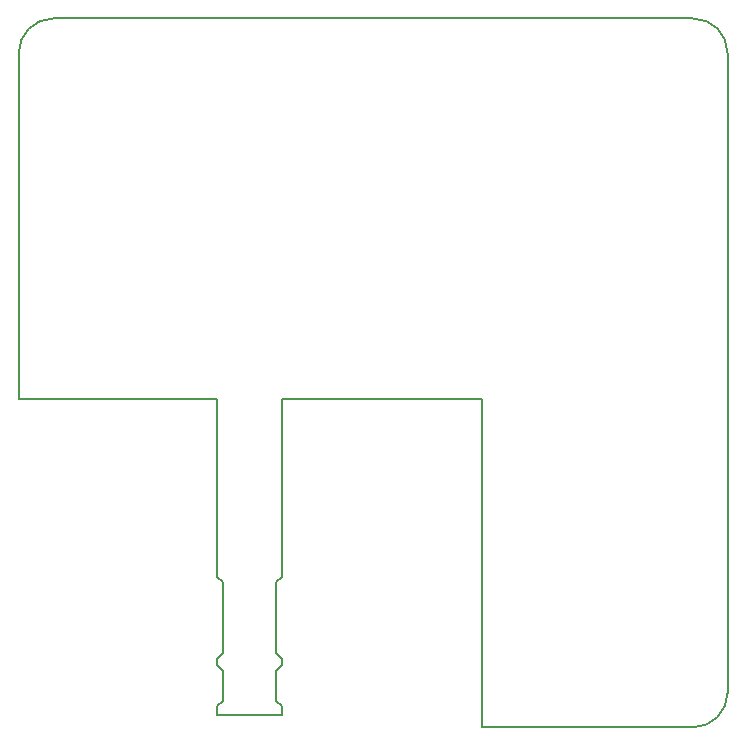
<source format=gko>
G04*
G04 #@! TF.GenerationSoftware,Altium Limited,Altium Designer,19.1.8 (144)*
G04*
G04 Layer_Color=16711935*
%FSLAX25Y25*%
%MOIN*%
G70*
G01*
G75*
%ADD14C,0.00700*%
%ADD128C,0.00701*%
D14*
X0Y-224803D02*
Y-11417D01*
X-81693Y-236221D02*
X-11417D01*
X-236221Y-126969D02*
Y-11417D01*
X-224803Y-0D02*
X-11424D01*
X-81693Y-236221D02*
Y-126969D01*
X-148622D02*
X-81693D01*
X-236221D02*
X-170276D01*
D128*
X-11417Y-236227D02*
G03*
X7Y-224803I0J11424D01*
G01*
X-224803Y7D02*
G03*
X-236227Y-11417I0J-11424D01*
G01*
X0D02*
G03*
X-11424Y7I-11424J0D01*
G01*
X-148622Y-215551D02*
Y-213583D01*
X-150591Y-217520D02*
X-148622Y-215551D01*
X-150591Y-227362D02*
Y-217520D01*
Y-211614D02*
X-148622Y-213583D01*
X-150591Y-211614D02*
Y-187992D01*
X-170276Y-215551D02*
Y-213583D01*
X-168307Y-211614D01*
Y-211614D01*
Y-187992D01*
X-170276Y-215551D02*
X-168307Y-217520D01*
Y-227362D02*
Y-217520D01*
X-148622Y-186024D02*
Y-126969D01*
Y-232283D02*
Y-229331D01*
X-170276Y-186024D02*
Y-126969D01*
Y-232283D02*
Y-229331D01*
Y-232283D02*
X-148622D01*
X-170276Y-229331D02*
X-168307Y-227362D01*
X-150591Y-187992D02*
X-148622Y-186024D01*
X-150591Y-227362D02*
X-148622Y-229331D01*
X-170276Y-186024D02*
X-168307Y-187992D01*
M02*

</source>
